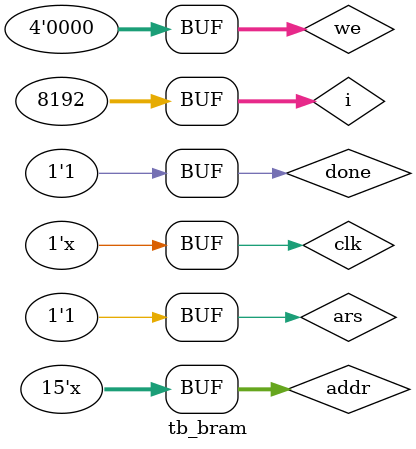
<source format=v>
`timescale 1ns / 1ps



module tb_bram();
  
  reg clk;
  wire [31:0]b1_out;
  wire [31:0]b2_out;
  reg [3:0] we;
  reg [14:0]addr;
  reg done;
  reg ars;
  
  
  integer i;

 
  
  
initial begin
    clk <=0;
    addr<=0;
    we<=0;
    done<=0;
    ars<=0;
    
    
    #30 we<=4'b1111;
    #10 we<=0;
    for(i=1; i<8192; i=i+1)begin
      addr<= addr+ 15'd4;
      #30;
      we<=4'b1111;
      #10 we<=0;
      #25;
    end
    done<=1'b1;
    #20
    ars<=1;
end
  



  
  always #5 clk= ~clk;
  
  my_bram #(
  15,"input.txt","output1.txt")
  bram1(
    .BRAM_ADDR(addr),
    .BRAM_CLK(clk),
    .BRAM_WRDATA(0),
    .BRAM_RDDATA(b1_out),
    .BRAM_EN(1'b1),
    .BRAM_RST(ars),
    .BRAM_WE(0),
    .done(0)
  );
  
  my_bram #(15,"","output.txt"
  )bram2(
    .BRAM_ADDR(addr),
    .BRAM_CLK(clk),
    .BRAM_WRDATA(b1_out),
    .BRAM_RDDATA(b2_out),
    .BRAM_EN(1'b1),
    .BRAM_RST(ars),
    .BRAM_WE(we),
    .done(done)
  );

endmodule

</source>
